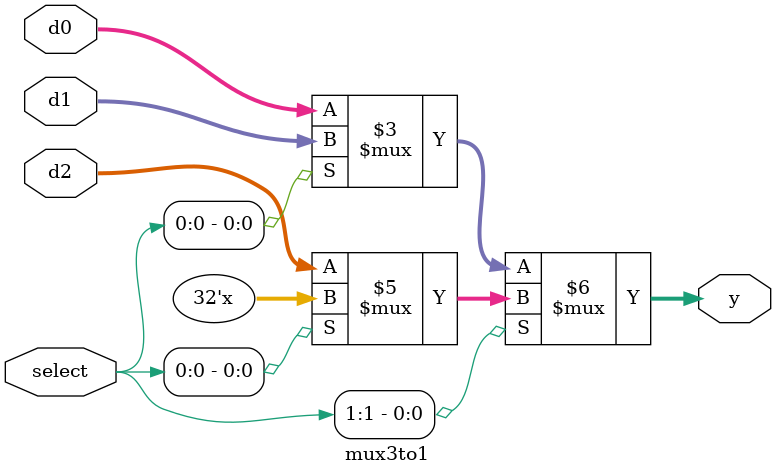
<source format=sv>
`timescale 1ns / 1ps


module mux3to1#(parameter width=32)(
input logic [1:0] select,
input logic [width-1:0] d0,d1,d2,
output logic [width-1:0] y
    );
    
    
    assign y = (select[1]==0)?((select[0]==0)?d0:d1):((select[0]==0)?d2:32'bx);
    
//    always_comb
//        case(select)
//            2'b00: y=d0;
//            2'b01: y=d1;
//            2'b10: y=d2;
          
//        endcase
endmodule

</source>
